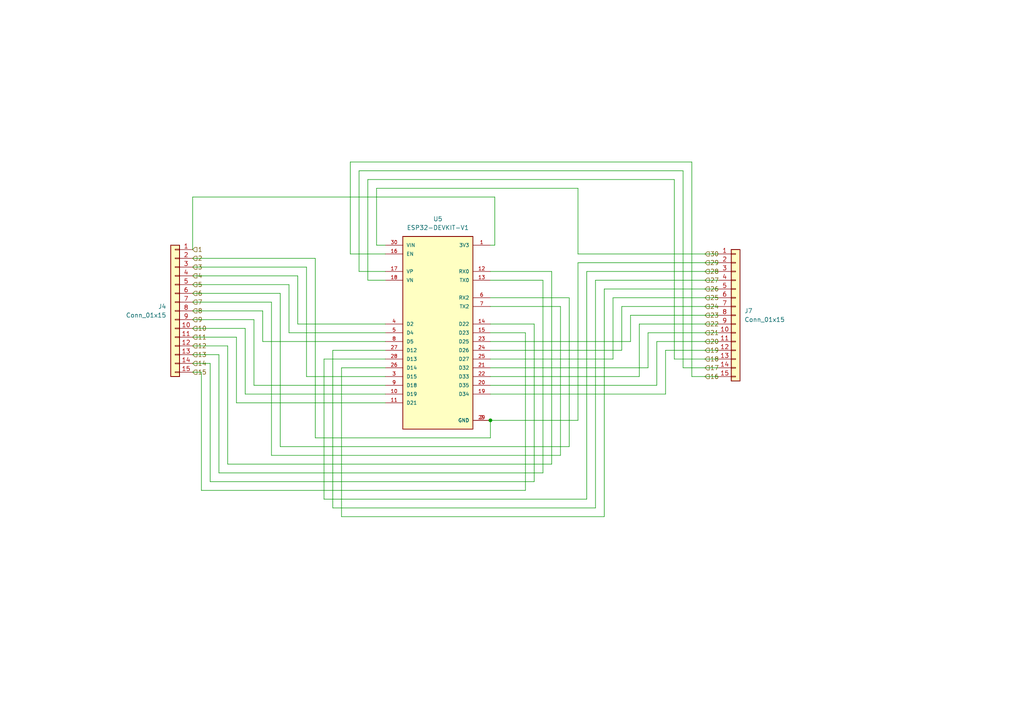
<source format=kicad_sch>
(kicad_sch (version 20231120) (generator "eeschema") (generator_version "8.0")
  (paper "A4")
  (lib_symbols
    (symbol "Connector_Generic:Conn_01x15" (pin_names (offset 1.016) hide)
      (property "Reference" "J" (at 0 20.32 0))
      (property "Value" "Conn_01x15" (at 0 -20.32 0))
      (symbol "Conn_01x15_1_1"
        (rectangle (start -1.27 -17.653) (end 0 -17.907) (stroke (width 0.1524)))
        (rectangle (start -1.27 -15.113) (end 0 -15.367) (stroke (width 0.1524)))
        (rectangle (start -1.27 -12.573) (end 0 -12.827) (stroke (width 0.1524)))
        (rectangle (start -1.27 -10.033) (end 0 -10.287) (stroke (width 0.1524)))
        (rectangle (start -1.27 -7.493) (end 0 -7.747) (stroke (width 0.1524)))
        (rectangle (start -1.27 -4.953) (end 0 -5.207) (stroke (width 0.1524)))
        (rectangle (start -1.27 -2.413) (end 0 -2.667) (stroke (width 0.1524)))
        (rectangle (start -1.27 0.127) (end 0 -0.127) (stroke (width 0.1524)))
        (rectangle (start -1.27 2.667) (end 0 2.413) (stroke (width 0.1524)))
        (rectangle (start -1.27 5.207) (end 0 4.953) (stroke (width 0.1524)))
        (rectangle (start -1.27 7.747) (end 0 7.493) (stroke (width 0.1524)))
        (rectangle (start -1.27 10.287) (end 0 10.033) (stroke (width 0.1524)))
        (rectangle (start -1.27 12.827) (end 0 12.573) (stroke (width 0.1524)))
        (rectangle (start -1.27 15.367) (end 0 15.113) (stroke (width 0.1524)))
        (rectangle (start -1.27 17.907) (end 0 17.653) (stroke (width 0.1524)))
        (rectangle (start -1.27 19.05) (end 1.27 -19.05) (stroke (width 0.254)) (fill (type background)))
        (pin passive line (at -5.08 17.78 0) (length 3.81) (name "Pin_1") (number "1"))
        (pin passive line (at -5.08 -5.08 0) (length 3.81) (name "Pin_10") (number "10"))
        (pin passive line (at -5.08 -7.62 0) (length 3.81) (name "Pin_11") (number "11"))
        (pin passive line (at -5.08 -10.16 0) (length 3.81) (name "Pin_12") (number "12"))
        (pin passive line (at -5.08 -12.7 0) (length 3.81) (name "Pin_13") (number "13"))
        (pin passive line (at -5.08 -15.24 0) (length 3.81) (name "Pin_14") (number "14"))
        (pin passive line (at -5.08 -17.78 0) (length 3.81) (name "Pin_15") (number "15"))
        (pin passive line (at -5.08 15.24 0) (length 3.81) (name "Pin_2") (number "2"))
        (pin passive line (at -5.08 12.7 0) (length 3.81) (name "Pin_3") (number "3"))
        (pin passive line (at -5.08 10.16 0) (length 3.81) (name "Pin_4") (number "4"))
        (pin passive line (at -5.08 7.62 0) (length 3.81) (name "Pin_5") (number "5"))
        (pin passive line (at -5.08 5.08 0) (length 3.81) (name "Pin_6") (number "6"))
        (pin passive line (at -5.08 2.54 0) (length 3.81) (name "Pin_7") (number "7"))
        (pin passive line (at -5.08 0 0) (length 3.81) (name "Pin_8") (number "8"))
        (pin passive line (at -5.08 -2.54 0) (length 3.81) (name "Pin_9") (number "9"))
      )
    )
    (symbol "mesComposants:ESP32-DEVKIT-V1" (pin_names (offset 1.016))
      (property "Reference" "U" (at -10.16 30.48 0))
      (property "Value" "ESP32-DEVKIT-V1" (at -10.16 -30.48 0))
      (symbol "ESP32-DEVKIT-V1_0_0"
        (rectangle (start -10.16 -27.94) (end 10.16 27.94) (stroke (width 0.254)) (fill (type background)))
        (pin output line (at 15.24 25.4 180) (length 5.08) (name "3V3") (number "1"))
        (pin bidirectional line (at -15.24 -17.78 0) (length 5.08) (name "D19") (number "10"))
        (pin bidirectional line (at -15.24 -20.32 0) (length 5.08) (name "D21") (number "11"))
        (pin input line (at 15.24 17.78 180) (length 5.08) (name "RX0") (number "12"))
        (pin output line (at 15.24 15.24 180) (length 5.08) (name "TX0") (number "13"))
        (pin bidirectional line (at 15.24 2.54 180) (length 5.08) (name "D22") (number "14"))
        (pin bidirectional line (at 15.24 0 180) (length 5.08) (name "D23") (number "15"))
        (pin input line (at -15.24 22.86 0) (length 5.08) (name "EN") (number "16"))
        (pin bidirectional line (at -15.24 17.78 0) (length 5.08) (name "VP") (number "17"))
        (pin bidirectional line (at -15.24 15.24 0) (length 5.08) (name "VN") (number "18"))
        (pin bidirectional line (at 15.24 -17.78 180) (length 5.08) (name "D34") (number "19"))
        (pin power_in line (at 15.24 -25.4 180) (length 5.08) (name "GND") (number "2"))
        (pin bidirectional line (at 15.24 -15.24 180) (length 5.08) (name "D35") (number "20"))
        (pin bidirectional line (at 15.24 -10.16 180) (length 5.08) (name "D32") (number "21"))
        (pin bidirectional line (at 15.24 -12.7 180) (length 5.08) (name "D33") (number "22"))
        (pin bidirectional line (at 15.24 -2.54 180) (length 5.08) (name "D25") (number "23"))
        (pin bidirectional line (at 15.24 -5.08 180) (length 5.08) (name "D26") (number "24"))
        (pin bidirectional line (at 15.24 -7.62 180) (length 5.08) (name "D27") (number "25"))
        (pin bidirectional line (at -15.24 -10.16 0) (length 5.08) (name "D14") (number "26"))
        (pin bidirectional line (at -15.24 -5.08 0) (length 5.08) (name "D12") (number "27"))
        (pin bidirectional line (at -15.24 -7.62 0) (length 5.08) (name "D13") (number "28"))
        (pin power_in line (at 15.24 -25.4 180) (length 5.08) (name "GND") (number "29"))
        (pin bidirectional line (at -15.24 -12.7 0) (length 5.08) (name "D15") (number "3"))
        (pin input line (at -15.24 25.4 0) (length 5.08) (name "VIN") (number "30"))
        (pin bidirectional line (at -15.24 2.54 0) (length 5.08) (name "D2") (number "4"))
        (pin bidirectional line (at -15.24 0 0) (length 5.08) (name "D4") (number "5"))
        (pin input line (at 15.24 10.16 180) (length 5.08) (name "RX2") (number "6"))
        (pin output line (at 15.24 7.62 180) (length 5.08) (name "TX2") (number "7"))
        (pin bidirectional line (at -15.24 -2.54 0) (length 5.08) (name "D5") (number "8"))
        (pin bidirectional line (at -15.24 -15.24 0) (length 5.08) (name "D18") (number "9"))
      )
    )
  )
  (junction (at 142.24 121.92))
  (wire (pts (xy 152.4 142.24) (xy 152.4 96.52)))
  (wire (pts (xy 157.48 137.16) (xy 157.48 81.28)))
  (wire (pts (xy 208.28 106.68) (xy 198.12 106.68)))
  (wire (pts (xy 208.28 101.6) (xy 193.04 101.6)))
  (wire (pts (xy 106.68 81.28) (xy 111.76 81.28)))
  (wire (pts (xy 180.34 88.9) (xy 180.34 101.6)))
  (wire (pts (xy 55.88 92.71) (xy 73.66 92.71)))
  (wire (pts (xy 109.22 54.61) (xy 109.22 71.12)))
  (wire (pts (xy 190.5 111.76) (xy 142.24 111.76)))
  (wire (pts (xy 83.82 82.55) (xy 83.82 96.52)))
  (wire (pts (xy 55.88 87.63) (xy 78.74 87.63)))
  (wire (pts (xy 208.28 83.82) (xy 175.26 83.82)))
  (wire (pts (xy 55.88 95.25) (xy 71.12 95.25)))
  (wire (pts (xy 88.9 109.22) (xy 111.76 109.22)))
  (wire (pts (xy 58.42 107.95) (xy 58.42 142.24)))
  (wire (pts (xy 66.04 134.62) (xy 160.02 134.62)))
  (wire (pts (xy 172.72 81.28) (xy 172.72 147.32)))
  (wire (pts (xy 198.12 106.68) (xy 198.12 49.53)))
  (wire (pts (xy 182.88 91.44) (xy 182.88 99.06)))
  (wire (pts (xy 71.12 95.25) (xy 71.12 114.3)))
  (wire (pts (xy 143.51 57.15) (xy 55.88 57.15)))
  (wire (pts (xy 167.64 121.92) (xy 142.24 121.92)))
  (wire (pts (xy 55.88 74.93) (xy 91.44 74.93)))
  (wire (pts (xy 143.51 57.15) (xy 143.51 71.12)))
  (wire (pts (xy 208.28 86.36) (xy 177.8 86.36)))
  (wire (pts (xy 78.74 87.63) (xy 78.74 132.08)))
  (wire (pts (xy 109.22 71.12) (xy 111.76 71.12)))
  (wire (pts (xy 55.88 77.47) (xy 88.9 77.47)))
  (wire (pts (xy 208.28 109.22) (xy 200.66 109.22)))
  (wire (pts (xy 96.52 147.32) (xy 96.52 101.6)))
  (wire (pts (xy 78.74 132.08) (xy 162.56 132.08)))
  (wire (pts (xy 182.88 99.06) (xy 142.24 99.06)))
  (wire (pts (xy 86.36 80.01) (xy 86.36 93.98)))
  (wire (pts (xy 76.2 90.17) (xy 76.2 99.06)))
  (wire (pts (xy 167.64 76.2) (xy 167.64 121.92)))
  (wire (pts (xy 104.14 78.74) (xy 111.76 78.74)))
  (wire (pts (xy 73.66 111.76) (xy 111.76 111.76)))
  (wire (pts (xy 91.44 127) (xy 142.24 127)))
  (wire (pts (xy 93.98 144.78) (xy 93.98 104.14)))
  (wire (pts (xy 104.14 49.53) (xy 104.14 78.74)))
  (wire (pts (xy 73.66 92.71) (xy 73.66 111.76)))
  (wire (pts (xy 55.88 80.01) (xy 86.36 80.01)))
  (wire (pts (xy 208.28 96.52) (xy 187.96 96.52)))
  (wire (pts (xy 198.12 49.53) (xy 104.14 49.53)))
  (wire (pts (xy 91.44 74.93) (xy 91.44 127)))
  (wire (pts (xy 177.8 86.36) (xy 177.8 104.14)))
  (wire (pts (xy 88.9 77.47) (xy 88.9 109.22)))
  (wire (pts (xy 81.28 85.09) (xy 81.28 129.54)))
  (wire (pts (xy 55.88 105.41) (xy 60.96 105.41)))
  (wire (pts (xy 190.5 99.06) (xy 208.28 99.06)))
  (wire (pts (xy 170.18 78.74) (xy 170.18 144.78)))
  (wire (pts (xy 154.94 93.98) (xy 142.24 93.98)))
  (wire (pts (xy 101.6 73.66) (xy 111.76 73.66)))
  (wire (pts (xy 208.28 104.14) (xy 195.58 104.14)))
  (wire (pts (xy 208.28 88.9) (xy 180.34 88.9)))
  (wire (pts (xy 55.88 102.87) (xy 63.5 102.87)))
  (wire (pts (xy 185.42 109.22) (xy 142.24 109.22)))
  (wire (pts (xy 208.28 81.28) (xy 172.72 81.28)))
  (wire (pts (xy 154.94 93.98) (xy 154.94 139.7)))
  (wire (pts (xy 200.66 46.99) (xy 101.6 46.99)))
  (wire (pts (xy 165.1 129.54) (xy 165.1 86.36)))
  (wire (pts (xy 55.88 107.95) (xy 58.42 107.95)))
  (wire (pts (xy 185.42 93.98) (xy 185.42 109.22)))
  (wire (pts (xy 76.2 99.06) (xy 111.76 99.06)))
  (wire (pts (xy 187.96 96.52) (xy 187.96 106.68)))
  (wire (pts (xy 143.51 71.12) (xy 142.24 71.12)))
  (wire (pts (xy 101.6 46.99) (xy 101.6 73.66)))
  (wire (pts (xy 55.88 57.15) (xy 55.88 72.39)))
  (wire (pts (xy 93.98 104.14) (xy 111.76 104.14)))
  (wire (pts (xy 175.26 149.86) (xy 99.06 149.86)))
  (wire (pts (xy 177.8 104.14) (xy 142.24 104.14)))
  (wire (pts (xy 55.88 82.55) (xy 83.82 82.55)))
  (wire (pts (xy 66.04 100.33) (xy 66.04 134.62)))
  (wire (pts (xy 55.88 90.17) (xy 76.2 90.17)))
  (wire (pts (xy 86.36 93.98) (xy 111.76 93.98)))
  (wire (pts (xy 83.82 96.52) (xy 111.76 96.52)))
  (wire (pts (xy 165.1 86.36) (xy 142.24 86.36)))
  (wire (pts (xy 208.28 93.98) (xy 185.42 93.98)))
  (wire (pts (xy 167.64 54.61) (xy 109.22 54.61)))
  (wire (pts (xy 193.04 101.6) (xy 193.04 114.3)))
  (wire (pts (xy 99.06 149.86) (xy 99.06 106.68)))
  (wire (pts (xy 195.58 104.14) (xy 195.58 52.07)))
  (wire (pts (xy 190.5 99.06) (xy 190.5 111.76)))
  (wire (pts (xy 142.24 101.6) (xy 180.34 101.6)))
  (wire (pts (xy 187.96 106.68) (xy 142.24 106.68)))
  (wire (pts (xy 60.96 139.7) (xy 154.94 139.7)))
  (wire (pts (xy 208.28 78.74) (xy 170.18 78.74)))
  (wire (pts (xy 68.58 97.79) (xy 68.58 116.84)))
  (wire (pts (xy 208.28 91.44) (xy 182.88 91.44)))
  (wire (pts (xy 63.5 137.16) (xy 157.48 137.16)))
  (wire (pts (xy 195.58 52.07) (xy 106.68 52.07)))
  (wire (pts (xy 96.52 101.6) (xy 111.76 101.6)))
  (wire (pts (xy 68.58 116.84) (xy 111.76 116.84)))
  (wire (pts (xy 58.42 142.24) (xy 152.4 142.24)))
  (wire (pts (xy 60.96 105.41) (xy 60.96 139.7)))
  (wire (pts (xy 99.06 106.68) (xy 111.76 106.68)))
  (wire (pts (xy 172.72 147.32) (xy 96.52 147.32)))
  (wire (pts (xy 157.48 81.28) (xy 142.24 81.28)))
  (wire (pts (xy 81.28 129.54) (xy 165.1 129.54)))
  (wire (pts (xy 55.88 97.79) (xy 68.58 97.79)))
  (wire (pts (xy 208.28 73.66) (xy 167.64 73.66)))
  (wire (pts (xy 160.02 78.74) (xy 142.24 78.74)))
  (wire (pts (xy 55.88 85.09) (xy 81.28 85.09)))
  (wire (pts (xy 152.4 96.52) (xy 142.24 96.52)))
  (wire (pts (xy 160.02 134.62) (xy 160.02 78.74)))
  (wire (pts (xy 106.68 52.07) (xy 106.68 81.28)))
  (wire (pts (xy 142.24 127) (xy 142.24 121.92)))
  (wire (pts (xy 193.04 114.3) (xy 142.24 114.3)))
  (wire (pts (xy 63.5 102.87) (xy 63.5 137.16)))
  (wire (pts (xy 162.56 88.9) (xy 162.56 132.08)))
  (wire (pts (xy 71.12 114.3) (xy 111.76 114.3)))
  (wire (pts (xy 162.56 88.9) (xy 142.24 88.9)))
  (wire (pts (xy 170.18 144.78) (xy 93.98 144.78)))
  (wire (pts (xy 200.66 109.22) (xy 200.66 46.99)))
  (wire (pts (xy 208.28 76.2) (xy 167.64 76.2)))
  (wire (pts (xy 167.64 73.66) (xy 167.64 54.61)))
  (wire (pts (xy 55.88 100.33) (xy 66.04 100.33)))
  (wire (pts (xy 175.26 83.82) (xy 175.26 149.86)))
  (hierarchical_label "15" (shape input) (at 55.88 107.95 0))
  (hierarchical_label "26" (shape input) (at 204.47 83.82 0))
  (hierarchical_label "24" (shape input) (at 204.47 88.9 0))
  (hierarchical_label "3" (shape input) (at 55.88 77.47 0))
  (hierarchical_label "6" (shape input) (at 55.88 85.09 0))
  (hierarchical_label "14" (shape input) (at 55.88 105.41 0))
  (hierarchical_label "11" (shape input) (at 55.88 97.79 0))
  (hierarchical_label "18" (shape input) (at 204.47 104.14 0))
  (hierarchical_label "21" (shape input) (at 204.47 96.52 0))
  (hierarchical_label "8" (shape input) (at 55.88 90.17 0))
  (hierarchical_label "2" (shape input) (at 55.88 74.93 0))
  (hierarchical_label "4" (shape input) (at 55.88 80.01 0))
  (hierarchical_label "20" (shape input) (at 204.47 99.06 0))
  (hierarchical_label "10" (shape input) (at 55.88 95.25 0))
  (hierarchical_label "9" (shape input) (at 55.88 92.71 0))
  (hierarchical_label "22" (shape input) (at 204.47 93.98 0))
  (hierarchical_label "29" (shape input) (at 204.47 76.2 0))
  (hierarchical_label "30" (shape input) (at 204.47 73.66 0))
  (hierarchical_label "17" (shape input) (at 204.47 106.68 0))
  (hierarchical_label "1" (shape input) (at 55.88 72.39 0))
  (hierarchical_label "19" (shape input) (at 204.47 101.6 0))
  (hierarchical_label "23" (shape input) (at 204.47 91.44 0))
  (hierarchical_label "12" (shape input) (at 55.88 100.33 0))
  (hierarchical_label "13" (shape input) (at 55.88 102.87 0))
  (hierarchical_label "7" (shape input) (at 55.88 87.63 0))
  (hierarchical_label "25" (shape input) (at 204.47 86.36 0))
  (hierarchical_label "5" (shape input) (at 55.88 82.55 0))
  (hierarchical_label "27" (shape input) (at 204.47 81.28 0))
  (hierarchical_label "16" (shape input) (at 204.47 109.22 0))
  (hierarchical_label "28" (shape input) (at 204.47 78.74 0))
  (symbol (lib_id "mesComposants:ESP32-DEVKIT-V1") (at 127 96.52 0) (unit 1)
    (property "Reference" "U5" (at 127 63.5 0))
    (property "Value" "ESP32-DEVKIT-V1" (at 127 66.04 0))
    (property "Footprint" "ESP32-DEVKIT-V1:MODULE_ESP32_DEVKIT_V1" (effects (hide yes)))
    (property "MF" "Do it" (effects (hide yes)))
    (property "MAXIMUM_PACKAGE_HEIGHT" "6.8 mm" (effects (hide yes)))
    (property "Package" "None" (effects (hide yes)))
    (property "Price" "None" (effects (hide yes)))
    (property "Check_prices" "https://www.snapeda.com/parts/ESP32-DEVKIT-V1/Do+it/view-part/?ref=eda" (effects (hide yes)))
    (property "STANDARD" "Manufacturer Recommendations" (effects (hide yes)))
    (property "PARTREV" "N/A" (effects (hide yes)))
    (property "SnapEDA_Link" "https://www.snapeda.com/parts/ESP32-DEVKIT-V1/Do+it/view-part/?ref=snap" (effects (hide yes)))
    (property "MP" "ESP32-DEVKIT-V1" (effects (hide yes)))
    (property "Description_1" "\nDual core, Wi-Fi: 2.4 GHz up to 150 Mbits/s,BLE (Bluetooth Low Energy) and legacy Bluetooth, 32 bits, Up to 240 MHz\n" (effects (hide yes)))
    (property "Availability" "Not in stock" (effects (hide yes)))
    (property "MANUFACTURER" "DOIT" (effects (hide yes)))
  )
  (symbol (lib_id "Connector_Generic:Conn_01x15") (at 213.36 91.44 0) (unit 1)
    (property "Reference" "J7" (at 215.9 90.1699 0) (effects (justify left)))
    (property "Value" "Conn_01x15" (at 215.9 92.7099 0) (effects (justify left)))
    (property "Description" "Generic connector, single row, 01x15, script generated (kicad-library-utils/schlib/autogen/connector/)" (effects (hide yes)))
  )
  (symbol (lib_id "Connector_Generic:Conn_01x15") (at 50.8 90.17 0) (mirror y) (unit 1)
    (property "Reference" "J4" (at 48.26 88.8999 0) (effects (justify left)))
    (property "Value" "Conn_01x15" (at 48.26 91.4399 0) (effects (justify left)))
    (property "Description" "Generic connector, single row, 01x15, script generated (kicad-library-utils/schlib/autogen/connector/)" (effects (hide yes)))
  )
)
</source>
